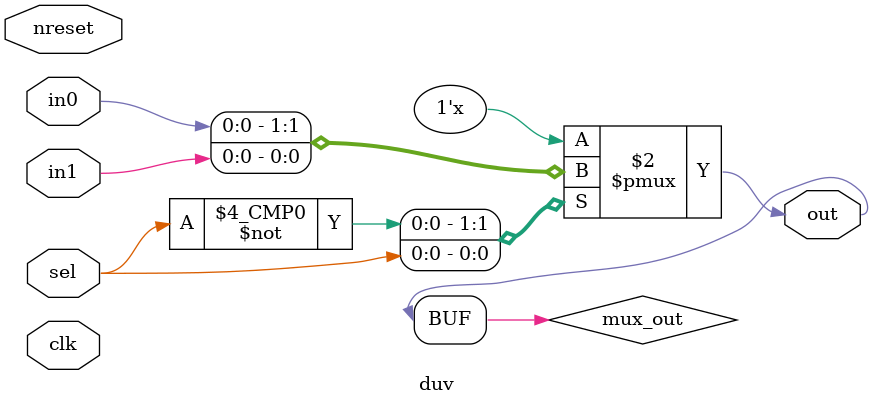
<source format=v>
module duv (
	 clk 
	,nreset
    ,sel
    ,in0
    ,in1
    ,out
);

input clk;
input nreset;
input sel;
input in0;
input in1;

output out;

reg q0;
reg mux_out;

wire out;
//wire mux_out;
wire d0;

//assign mux_out = sel ? in1 : in0;
always @(*) begin
	case (sel)
		0: mux_out = in0;
		1: mux_out = in1;
		default: mux_out = in0;
	endcase
end

//assign d0 = mux_out;
//always @ (posedge clk or negedge nreset) begin
//    if (!nreset) begin
//        q0 <= 0;
//    end
//    else begin
//        q0 <= d0;
//    end
//end
//assign out = q0;

assign out = mux_out;

endmodule

</source>
